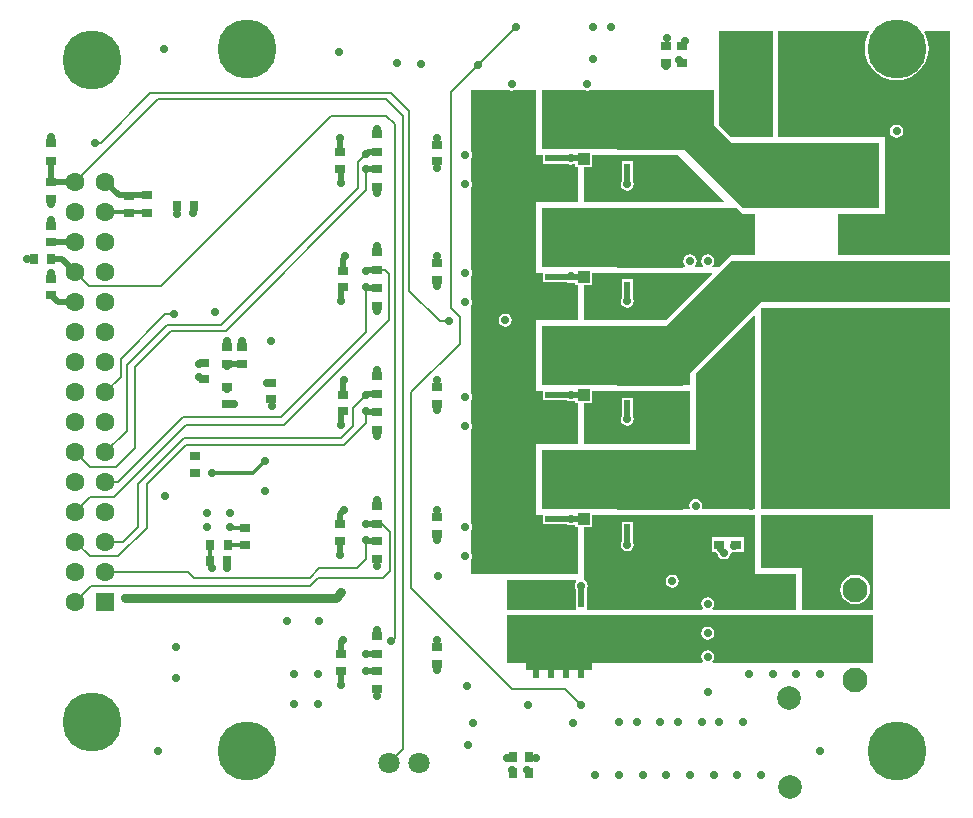
<source format=gbl>
G04 Layer_Physical_Order=4*
G04 Layer_Color=16711680*
%FSLAX44Y44*%
%MOMM*%
G71*
G01*
G75*
%ADD10R,2.0000X3.2000*%
%ADD11R,0.8000X0.9000*%
%ADD12R,0.9000X0.8000*%
%ADD30C,0.7500*%
%ADD32C,0.2000*%
%ADD33C,0.5000*%
%ADD34C,0.3000*%
%ADD41C,1.8000*%
%ADD42C,1.6000*%
%ADD43R,1.6000X1.6000*%
%ADD44C,2.1000*%
%ADD45C,5.0000*%
%ADD46C,2.0000*%
%ADD47C,0.7000*%
%ADD48R,1.0000X1.0000*%
%ADD49R,1.5000X0.5000*%
%ADD50R,0.5000X1.5000*%
G36*
X1095000Y845000D02*
X1000000D01*
Y880000D01*
X1040000D01*
Y945000D01*
X950000D01*
Y1035000D01*
X1026226D01*
X1026847Y1033892D01*
X1025869Y1032296D01*
X1024242Y1028369D01*
X1023250Y1024237D01*
X1022916Y1020000D01*
X1023250Y1015763D01*
X1024242Y1011631D01*
X1025869Y1007704D01*
X1028089Y1004081D01*
X1030849Y1000849D01*
X1034081Y998089D01*
X1037704Y995868D01*
X1041631Y994242D01*
X1045763Y993250D01*
X1050000Y992916D01*
X1054237Y993250D01*
X1058369Y994242D01*
X1062296Y995868D01*
X1065919Y998089D01*
X1069151Y1000849D01*
X1071911Y1004081D01*
X1074132Y1007704D01*
X1075758Y1011631D01*
X1076750Y1015763D01*
X1077084Y1020000D01*
X1076750Y1024237D01*
X1075758Y1028369D01*
X1074132Y1032296D01*
X1073153Y1033892D01*
X1073774Y1035000D01*
X1095000D01*
Y845000D01*
D02*
G37*
G36*
X895000Y955000D02*
X910000Y940000D01*
X1035000D01*
Y885000D01*
X920000D01*
X870000Y935000D01*
X869000D01*
Y934000D01*
X813000D01*
Y935000D01*
X750000D01*
Y985000D01*
X785583D01*
X785854Y984819D01*
X788000Y984392D01*
X790146Y984819D01*
X790417Y985000D01*
X895000D01*
Y955000D01*
D02*
G37*
G36*
X745000Y930000D02*
X750500D01*
Y922400D01*
X759557D01*
X760000Y922312D01*
X771117D01*
X771854Y921819D01*
X774000Y921392D01*
X776146Y921819D01*
X776730Y922209D01*
X778000Y921871D01*
Y919500D01*
X780000D01*
Y890000D01*
X745000D01*
Y830000D01*
X750500D01*
Y822400D01*
X759557D01*
X760000Y822312D01*
X771117D01*
X771854Y821819D01*
X774000Y821392D01*
X776146Y821819D01*
X776730Y822209D01*
X778000Y821871D01*
Y819500D01*
X780000D01*
Y790000D01*
X745000D01*
Y730000D01*
X750500D01*
Y722400D01*
X759557D01*
X760000Y722312D01*
X771117D01*
X771854Y721819D01*
X774000Y721392D01*
X776146Y721819D01*
X776730Y722209D01*
X778000Y721871D01*
Y719500D01*
X780000D01*
Y685000D01*
X745000D01*
Y625000D01*
X750500D01*
Y617400D01*
X759557D01*
X760000Y617312D01*
X771117D01*
X771854Y616819D01*
X774000Y616392D01*
X776146Y616819D01*
X776730Y617209D01*
X778000Y616871D01*
Y614500D01*
X780000D01*
Y575000D01*
X690000D01*
Y587583D01*
X690181Y587854D01*
X690608Y590000D01*
X690181Y592146D01*
X690000Y592417D01*
Y612583D01*
X690181Y612854D01*
X690608Y615000D01*
X690181Y617146D01*
X690000Y617417D01*
Y697583D01*
X690181Y697854D01*
X690608Y700000D01*
X690181Y702146D01*
X690000Y702417D01*
Y722583D01*
X690181Y722854D01*
X690608Y725000D01*
X690181Y727146D01*
X690000Y727417D01*
Y802583D01*
X690181Y802854D01*
X690608Y805000D01*
X690181Y807146D01*
X690000Y807417D01*
Y827583D01*
X690181Y827854D01*
X690608Y830000D01*
X690181Y832146D01*
X690000Y832417D01*
Y902583D01*
X690181Y902854D01*
X690608Y905000D01*
X690181Y907146D01*
X690000Y907417D01*
Y927583D01*
X690181Y927854D01*
X690608Y930000D01*
X690181Y932146D01*
X690000Y932417D01*
Y985000D01*
X721583D01*
X721854Y984819D01*
X724000Y984392D01*
X726146Y984819D01*
X726417Y985000D01*
X745000D01*
Y930000D01*
D02*
G37*
G36*
X945000Y945000D02*
X910000D01*
X900000Y955000D01*
Y1035000D01*
X945000D01*
Y945000D01*
D02*
G37*
G36*
X903827Y891173D02*
X903341Y890000D01*
X785000D01*
Y919500D01*
X792000D01*
Y930000D01*
X865000Y930000D01*
X903827Y891173D01*
D02*
G37*
G36*
X920000Y880000D02*
X930000D01*
Y845000D01*
X910000D01*
X900000Y835000D01*
X894529D01*
X894122Y836270D01*
X895181Y837854D01*
X895608Y840000D01*
X895181Y842146D01*
X893965Y843965D01*
X892146Y845181D01*
X890000Y845608D01*
X887854Y845181D01*
X886035Y843965D01*
X884819Y842146D01*
X884392Y840000D01*
X884819Y837854D01*
X885878Y836270D01*
X885471Y835000D01*
X879529D01*
X879122Y836270D01*
X880181Y837854D01*
X880608Y840000D01*
X880181Y842146D01*
X878965Y843965D01*
X877146Y845181D01*
X875000Y845608D01*
X872854Y845181D01*
X871035Y843965D01*
X869819Y842146D01*
X869392Y840000D01*
X869819Y837854D01*
X870878Y836270D01*
X870471Y835000D01*
X869000D01*
Y834000D01*
X813000D01*
Y835000D01*
X750000D01*
Y885000D01*
X915000D01*
X920000Y880000D01*
D02*
G37*
G36*
X893827Y828827D02*
X855000Y790000D01*
X785000D01*
Y819500D01*
X792000D01*
Y830000D01*
X893341D01*
X893827Y828827D01*
D02*
G37*
G36*
X1095000Y805000D02*
X935000D01*
X875000Y745000D01*
Y735000D01*
X869000D01*
Y734000D01*
X813000D01*
Y735000D01*
X750000D01*
Y785000D01*
X855000D01*
X910000Y840000D01*
X1095000D01*
Y805000D01*
D02*
G37*
G36*
X875000Y685000D02*
X785000D01*
Y719500D01*
X792000D01*
Y730000D01*
X875000D01*
Y685000D01*
D02*
G37*
G36*
X1095000Y630000D02*
X935000D01*
Y800000D01*
X1095000D01*
Y630000D01*
D02*
G37*
G36*
X930000Y793341D02*
Y630000D01*
X886021D01*
X885264Y631270D01*
X885608Y633000D01*
X885181Y635146D01*
X883965Y636965D01*
X882146Y638181D01*
X880000Y638608D01*
X877854Y638181D01*
X876035Y636965D01*
X874819Y635146D01*
X874392Y633000D01*
X874736Y631270D01*
X873979Y630000D01*
X869000D01*
Y629000D01*
X813000D01*
Y630000D01*
X750000D01*
Y680000D01*
X880000D01*
Y745000D01*
X928827Y793827D01*
X930000Y793341D01*
D02*
G37*
G36*
X1030000Y545000D02*
X970000D01*
Y580000D01*
X935000D01*
Y625000D01*
X1030000D01*
Y545000D01*
D02*
G37*
G36*
X930000Y575000D02*
X965000D01*
Y545000D01*
X894529D01*
X894122Y546270D01*
X895181Y547854D01*
X895608Y550000D01*
X895181Y552146D01*
X893965Y553965D01*
X892146Y555181D01*
X890000Y555608D01*
X887854Y555181D01*
X886035Y553965D01*
X884819Y552146D01*
X884392Y550000D01*
X884819Y547854D01*
X885878Y546270D01*
X885471Y545000D01*
X788663D01*
X787600Y545500D01*
Y561985D01*
X788181Y562854D01*
X788608Y565000D01*
X788181Y567146D01*
X786965Y568965D01*
X785146Y570181D01*
X785000Y570210D01*
Y614500D01*
X792000D01*
Y625000D01*
X930000D01*
Y575000D01*
D02*
G37*
G36*
X778877Y568730D02*
X777819Y567146D01*
X777392Y565000D01*
X777819Y562854D01*
X778600Y561685D01*
Y545500D01*
X777537Y545000D01*
X720000D01*
Y570000D01*
X778471D01*
X778877Y568730D01*
D02*
G37*
G36*
X1030000Y500000D02*
X894529D01*
X894122Y501270D01*
X895181Y502854D01*
X895608Y505000D01*
X895181Y507146D01*
X893965Y508965D01*
X892146Y510181D01*
X890000Y510608D01*
X887854Y510181D01*
X886035Y508965D01*
X884819Y507146D01*
X884392Y505000D01*
X884819Y502854D01*
X885878Y501270D01*
X885471Y500000D01*
X792000D01*
Y494000D01*
X736000D01*
Y500000D01*
X720000D01*
Y540000D01*
X1030000D01*
Y500000D01*
D02*
G37*
%LPC*%
G36*
X1050000Y955608D02*
X1047854Y955181D01*
X1046035Y953965D01*
X1044819Y952146D01*
X1044392Y950000D01*
X1044819Y947854D01*
X1046035Y946035D01*
X1047854Y944819D01*
X1050000Y944392D01*
X1052146Y944819D01*
X1053965Y946035D01*
X1055181Y947854D01*
X1055608Y950000D01*
X1055181Y952146D01*
X1053965Y953965D01*
X1052146Y955181D01*
X1050000Y955608D01*
D02*
G37*
G36*
X718620Y795608D02*
X716474Y795181D01*
X714655Y793965D01*
X713439Y792146D01*
X713012Y790000D01*
X713439Y787854D01*
X714655Y786035D01*
X716474Y784819D01*
X718620Y784392D01*
X720766Y784819D01*
X722585Y786035D01*
X723801Y787854D01*
X724228Y790000D01*
X723801Y792146D01*
X722585Y793965D01*
X720766Y795181D01*
X718620Y795608D01*
D02*
G37*
G36*
X826400Y924500D02*
X817400D01*
Y908015D01*
X816819Y907146D01*
X816392Y905000D01*
X816819Y902854D01*
X818035Y901035D01*
X819854Y899819D01*
X822000Y899392D01*
X824146Y899819D01*
X825965Y901035D01*
X827181Y902854D01*
X827608Y905000D01*
X827181Y907146D01*
X826400Y908315D01*
Y924500D01*
D02*
G37*
G36*
X826400Y824500D02*
X817400D01*
Y809015D01*
X816819Y808146D01*
X816392Y806000D01*
X816819Y803854D01*
X818035Y802035D01*
X819854Y800819D01*
X822000Y800392D01*
X824146Y800819D01*
X825965Y802035D01*
X827181Y803854D01*
X827608Y806000D01*
X827181Y808146D01*
X826400Y809315D01*
Y824500D01*
D02*
G37*
G36*
X826400Y724500D02*
X817400D01*
Y709015D01*
X816819Y708146D01*
X816392Y706000D01*
X816819Y703854D01*
X818035Y702035D01*
X819854Y700819D01*
X822000Y700392D01*
X824146Y700819D01*
X825965Y702035D01*
X827181Y703854D01*
X827608Y706000D01*
X827181Y708146D01*
X826400Y709315D01*
Y724500D01*
D02*
G37*
G36*
X1015000Y574508D02*
X1011737Y574078D01*
X1008696Y572819D01*
X1006085Y570815D01*
X1004081Y568204D01*
X1002822Y565163D01*
X1002392Y561900D01*
X1002822Y558637D01*
X1004081Y555596D01*
X1006085Y552985D01*
X1008696Y550981D01*
X1011737Y549722D01*
X1015000Y549292D01*
X1018263Y549722D01*
X1021304Y550981D01*
X1023915Y552985D01*
X1025919Y555596D01*
X1027178Y558637D01*
X1027608Y561900D01*
X1027178Y565163D01*
X1025919Y568204D01*
X1023915Y570815D01*
X1021304Y572819D01*
X1018263Y574078D01*
X1015000Y574508D01*
D02*
G37*
G36*
X826400Y619500D02*
X817400D01*
Y603015D01*
X816819Y602146D01*
X816392Y600000D01*
X816819Y597854D01*
X818035Y596035D01*
X819854Y594819D01*
X822000Y594392D01*
X824146Y594819D01*
X825965Y596035D01*
X827181Y597854D01*
X827608Y600000D01*
X827181Y602146D01*
X826400Y603315D01*
Y619500D01*
D02*
G37*
G36*
X907500Y606000D02*
X906500D01*
X906500Y606000D01*
X893500D01*
Y594000D01*
X896592D01*
X896756Y593756D01*
X898611Y591900D01*
X898819Y590854D01*
X900035Y589035D01*
X901854Y587819D01*
X904000Y587392D01*
X906146Y587819D01*
X907965Y589035D01*
X909181Y590854D01*
X909545Y592684D01*
X909635Y593015D01*
X910776Y593636D01*
X912000Y593392D01*
X914146Y593819D01*
X914417Y594000D01*
X920500D01*
Y606000D01*
X907733D01*
X907500Y606000D01*
D02*
G37*
G36*
X860000Y574608D02*
X857854Y574181D01*
X856035Y572965D01*
X854819Y571146D01*
X854392Y569000D01*
X854819Y566854D01*
X856035Y565035D01*
X857854Y563819D01*
X860000Y563392D01*
X862146Y563819D01*
X863965Y565035D01*
X865181Y566854D01*
X865608Y569000D01*
X865181Y571146D01*
X863965Y572965D01*
X862146Y574181D01*
X860000Y574608D01*
D02*
G37*
G36*
X890000Y530608D02*
X887854Y530181D01*
X886035Y528965D01*
X884819Y527146D01*
X884392Y525000D01*
X884819Y522854D01*
X886035Y521035D01*
X887854Y519819D01*
X890000Y519392D01*
X892146Y519819D01*
X893965Y521035D01*
X895181Y522854D01*
X895608Y525000D01*
X895181Y527146D01*
X893965Y528965D01*
X892146Y530181D01*
X890000Y530608D01*
D02*
G37*
%LPD*%
D10*
X981700Y720000D02*
D03*
X918300D02*
D03*
X981700Y675000D02*
D03*
X918300D02*
D03*
X976700Y1015000D02*
D03*
X913300D02*
D03*
X976700Y970000D02*
D03*
X913300D02*
D03*
D11*
X468380Y600000D02*
D03*
X483620D02*
D03*
X469000Y586000D02*
D03*
X483000D02*
D03*
X334000Y842000D02*
D03*
X320000D02*
D03*
X441000Y887000D02*
D03*
X455000D02*
D03*
X725000Y420000D02*
D03*
X739000D02*
D03*
Y407000D02*
D03*
X725000D02*
D03*
D12*
X610000Y902380D02*
D03*
Y917620D02*
D03*
X661000Y719000D02*
D03*
Y733000D02*
D03*
X610000Y742620D02*
D03*
Y727380D02*
D03*
X581000Y727000D02*
D03*
Y713000D02*
D03*
X610000Y697380D02*
D03*
Y712620D02*
D03*
Y802380D02*
D03*
Y817620D02*
D03*
X900000Y600000D02*
D03*
Y614000D02*
D03*
X661000Y499000D02*
D03*
Y513000D02*
D03*
X580000Y507000D02*
D03*
Y493000D02*
D03*
X610000Y477380D02*
D03*
Y492620D02*
D03*
Y587380D02*
D03*
Y602620D02*
D03*
X579000Y617000D02*
D03*
Y603000D02*
D03*
X456000Y661000D02*
D03*
Y675000D02*
D03*
X483000Y719000D02*
D03*
Y733000D02*
D03*
X520000Y723000D02*
D03*
Y737000D02*
D03*
X496000Y767000D02*
D03*
Y753000D02*
D03*
X483000Y767000D02*
D03*
Y753000D02*
D03*
X464000Y740000D02*
D03*
Y754000D02*
D03*
X334000Y893000D02*
D03*
Y907000D02*
D03*
X400000Y881000D02*
D03*
Y895000D02*
D03*
X415000Y895620D02*
D03*
Y880380D02*
D03*
X334000Y856000D02*
D03*
Y870000D02*
D03*
Y825000D02*
D03*
Y811000D02*
D03*
Y924380D02*
D03*
Y939620D02*
D03*
X855000Y1008000D02*
D03*
Y1022000D02*
D03*
X498000Y600000D02*
D03*
Y614000D02*
D03*
X661000Y924350D02*
D03*
Y938350D02*
D03*
X610000Y522620D02*
D03*
Y507380D02*
D03*
Y947620D02*
D03*
Y932380D02*
D03*
Y847620D02*
D03*
Y832380D02*
D03*
Y632620D02*
D03*
Y617380D02*
D03*
X579000Y932000D02*
D03*
Y918000D02*
D03*
X581000Y832000D02*
D03*
Y818000D02*
D03*
X661000Y824350D02*
D03*
Y838350D02*
D03*
Y609000D02*
D03*
Y623000D02*
D03*
X914000Y600000D02*
D03*
Y614000D02*
D03*
X868000Y1008000D02*
D03*
Y1022000D02*
D03*
D30*
X575000Y555000D02*
X580000Y560000D01*
X397000Y555000D02*
X575000D01*
D32*
X639000Y563000D02*
X724000Y478000D01*
X769000D02*
X783000Y464000D01*
X724000Y478000D02*
X769000D01*
X673000Y800000D02*
X680000Y793000D01*
Y770000D02*
Y793000D01*
X639000Y729000D02*
X680000Y770000D01*
X639000Y563000D02*
Y729000D01*
X637000Y815000D02*
X663000Y789000D01*
X671000D01*
X622000Y518000D02*
X625000Y521000D01*
Y956000D01*
X618000Y963000D02*
X625000Y956000D01*
X571000Y963000D02*
X618000D01*
X427000Y819000D02*
X571000Y963000D01*
X354600Y830800D02*
X366400Y819000D01*
X620000Y415000D02*
X632000Y427000D01*
X618000Y977000D02*
X632000Y963000D01*
Y427000D02*
Y963000D01*
X622000Y982000D02*
X637000Y967000D01*
Y815000D02*
Y967000D01*
X594000Y924000D02*
X601000Y931000D01*
X354600Y678400D02*
X367000Y666000D01*
X529000Y708000D02*
X601000Y780000D01*
Y818000D01*
X610000Y832380D02*
X616620D01*
X620000Y829000D01*
Y790000D02*
Y829000D01*
X354600Y627600D02*
X367000Y640000D01*
X590000Y716000D02*
X601000Y727000D01*
X590000Y700000D02*
Y716000D01*
X580000Y690000D02*
X590000Y700000D01*
X395200Y602200D02*
X408000Y615000D01*
X380000Y602200D02*
X395200D01*
X354600D02*
X366800Y590000D01*
X582000Y684000D02*
X601000Y703000D01*
Y713000D01*
Y588000D02*
Y604000D01*
X593000Y580000D02*
X601000Y588000D01*
X561000Y580000D02*
X593000D01*
X610000Y617380D02*
X614620D01*
X621000Y611000D01*
Y578000D02*
Y611000D01*
X615000Y572000D02*
X621000Y578000D01*
X560000Y572000D02*
X615000D01*
X673000Y800000D02*
Y983000D01*
X728000Y1038000D01*
X398000Y752000D02*
X432000Y786000D01*
X398000Y696400D02*
Y752000D01*
X380000Y678400D02*
X398000Y696400D01*
X405000Y750000D02*
X436000Y781000D01*
X405000Y682000D02*
Y750000D01*
X389000Y666000D02*
X405000Y682000D01*
X367000Y666000D02*
X389000D01*
X380000Y729200D02*
X393000Y742200D01*
Y757000D01*
X431000Y795000D01*
X438000D01*
X354600Y551400D02*
X368200Y565000D01*
X553000D01*
X560000Y572000D01*
X450200Y576800D02*
X455000Y572000D01*
X553000D01*
X561000Y580000D01*
X380000Y576800D02*
X450200D01*
X531000Y701000D02*
X620000Y790000D01*
X380000Y653000D02*
X391000D01*
X446000Y708000D01*
X529000D01*
X367000Y640000D02*
X387000D01*
X448000Y701000D01*
X531000D01*
X408000Y615000D02*
Y651000D01*
X447000Y690000D01*
X580000D01*
X448000Y684000D02*
X582000D01*
X415000Y651000D02*
X448000Y684000D01*
X354600Y907000D02*
X424600Y977000D01*
X618000D01*
X418000Y982000D02*
X622000D01*
X376000Y940000D02*
X418000Y982000D01*
X371000Y940000D02*
X376000D01*
X400000Y895000D02*
Y895620D01*
X366400Y819000D02*
X427000D01*
X432000Y786000D02*
X478000D01*
X594000Y902000D01*
Y924000D01*
X436000Y781000D02*
X482000D01*
X601000Y900000D01*
Y918000D01*
X366800Y590000D02*
X391000D01*
X415000Y614000D01*
Y651000D01*
D33*
X334000Y907000D02*
Y924380D01*
Y907000D02*
X354600D01*
X485000Y753000D02*
X496000D01*
X334000Y842000D02*
X343400D01*
X354600Y830800D01*
X760000Y621900D02*
X785400D01*
X601380Y832380D02*
X610000D01*
X601380Y817620D02*
X610000D01*
X601380Y727380D02*
X610000D01*
X601380Y712620D02*
X610000D01*
X601380Y617380D02*
X610000D01*
X602380Y602620D02*
X610000D01*
X601380Y492620D02*
X610000D01*
X601380Y507380D02*
X610000D01*
X580000Y481000D02*
Y493000D01*
X580000Y507000D02*
Y518000D01*
X579000Y591000D02*
Y603000D01*
X579000Y626100D02*
X581950Y629050D01*
X579000Y617000D02*
Y626100D01*
X580000Y701000D02*
Y712000D01*
X581000Y727000D02*
Y738100D01*
X580000Y806000D02*
Y817000D01*
X581000Y842100D02*
X582950Y844050D01*
X581000Y832000D02*
Y842100D01*
X579000Y932000D02*
Y944000D01*
X580000Y906000D02*
Y917000D01*
X601000Y918000D02*
X601380Y917620D01*
X610000D01*
X601000Y931000D02*
X602380Y932380D01*
X610000D01*
X334200Y856200D02*
X354600D01*
X334000Y811000D02*
X339600Y805400D01*
X354600D01*
X760000Y726900D02*
X784600D01*
X760000Y826900D02*
X784600D01*
X760000Y926900D02*
X784600D01*
X380000Y907000D02*
X391380Y895620D01*
X400000D01*
X415000D01*
X900000Y597000D02*
X904000Y593000D01*
X900000Y597000D02*
Y600000D01*
D34*
X505000Y661000D02*
X515000Y671000D01*
X470000Y661000D02*
X505000D01*
X380000Y881600D02*
X413780D01*
X487000Y614000D02*
X498000D01*
X483620Y600000D02*
X498000D01*
X469000Y586000D02*
Y599380D01*
D41*
X620000Y415000D02*
D03*
X645400D02*
D03*
D42*
X354600Y907000D02*
D03*
Y881600D02*
D03*
Y856200D02*
D03*
Y830800D02*
D03*
Y805400D02*
D03*
X380000D02*
D03*
Y830800D02*
D03*
Y856200D02*
D03*
Y881600D02*
D03*
Y907000D02*
D03*
Y780000D02*
D03*
Y754600D02*
D03*
Y729200D02*
D03*
Y703800D02*
D03*
Y678400D02*
D03*
Y653000D02*
D03*
Y627600D02*
D03*
Y602200D02*
D03*
Y576800D02*
D03*
X354600Y551400D02*
D03*
Y576800D02*
D03*
Y602200D02*
D03*
Y627600D02*
D03*
Y653000D02*
D03*
Y678400D02*
D03*
Y780000D02*
D03*
Y729200D02*
D03*
Y754600D02*
D03*
Y703800D02*
D03*
D43*
X380000Y551400D02*
D03*
D44*
X1015000Y900000D02*
D03*
Y861900D02*
D03*
Y823800D02*
D03*
Y785700D02*
D03*
X1015000Y600000D02*
D03*
Y561900D02*
D03*
Y523800D02*
D03*
Y485700D02*
D03*
D45*
X500000Y1020000D02*
D03*
X1050000D02*
D03*
Y425000D02*
D03*
X369000Y1010000D02*
D03*
Y450000D02*
D03*
X500000Y425000D02*
D03*
D46*
X959000Y470000D02*
D03*
X960000Y395000D02*
D03*
D47*
X314000Y842000D02*
D03*
X430000Y1020000D02*
D03*
X425000Y425000D02*
D03*
X1050000Y950000D02*
D03*
X985000Y425000D02*
D03*
X965000Y490000D02*
D03*
X925000D02*
D03*
X985000D02*
D03*
X945000D02*
D03*
X890000Y550000D02*
D03*
Y525000D02*
D03*
Y505000D02*
D03*
Y475000D02*
D03*
X920000Y450000D02*
D03*
X900000D02*
D03*
X885000D02*
D03*
X865000D02*
D03*
X850000D02*
D03*
X830000D02*
D03*
X815000D02*
D03*
X965000Y660000D02*
D03*
Y675000D02*
D03*
Y690000D02*
D03*
Y705000D02*
D03*
Y720000D02*
D03*
Y735000D02*
D03*
X1005000Y660000D02*
D03*
Y675000D02*
D03*
Y690000D02*
D03*
Y705000D02*
D03*
Y720000D02*
D03*
Y735000D02*
D03*
X810000Y650000D02*
D03*
X825000D02*
D03*
X840000D02*
D03*
X855000D02*
D03*
X870000D02*
D03*
X855000Y405000D02*
D03*
X835000D02*
D03*
X815000D02*
D03*
X795000D02*
D03*
X875000D02*
D03*
X935000D02*
D03*
X895000D02*
D03*
X915000D02*
D03*
X995000Y1025000D02*
D03*
Y1005000D02*
D03*
Y980000D02*
D03*
Y955000D02*
D03*
X825000D02*
D03*
X840000D02*
D03*
X810000D02*
D03*
X855000D02*
D03*
X870000D02*
D03*
X920000Y855000D02*
D03*
X905000D02*
D03*
X890000D02*
D03*
X875000D02*
D03*
X860000D02*
D03*
X845000D02*
D03*
X830000D02*
D03*
X815000D02*
D03*
X800000D02*
D03*
X671000Y789000D02*
D03*
X783000Y464000D02*
D03*
X622000Y518000D02*
D03*
X860000Y569000D02*
D03*
X738000Y464000D02*
D03*
X718620Y790000D02*
D03*
X808000Y1038000D02*
D03*
X880000Y633000D02*
D03*
X687000Y430000D02*
D03*
X334000Y945000D02*
D03*
X515000Y671000D02*
D03*
X470000Y661000D02*
D03*
X515000Y645000D02*
D03*
X334000Y888000D02*
D03*
X520000Y772000D02*
D03*
X496000D02*
D03*
X483000D02*
D03*
X517000Y737000D02*
D03*
X521000Y717000D02*
D03*
X489000Y719000D02*
D03*
X483000Y732000D02*
D03*
Y751000D02*
D03*
X459000Y753000D02*
D03*
Y742000D02*
D03*
X647000Y1007000D02*
D03*
X627000Y1008000D02*
D03*
X578000Y1017000D02*
D03*
X788000Y990000D02*
D03*
X793000Y1038000D02*
D03*
Y1011000D02*
D03*
X560000Y465000D02*
D03*
X540000D02*
D03*
X560000Y490000D02*
D03*
X540000D02*
D03*
X486000Y615000D02*
D03*
X466000D02*
D03*
X486000Y627000D02*
D03*
X466000D02*
D03*
X431000Y641000D02*
D03*
X457000Y675000D02*
D03*
Y661000D02*
D03*
X561000Y535000D02*
D03*
X534000D02*
D03*
X440000Y487000D02*
D03*
Y513000D02*
D03*
X483000Y580000D02*
D03*
X470000D02*
D03*
X472500Y797000D02*
D03*
X454000Y881000D02*
D03*
X441000Y880000D02*
D03*
X940000Y645000D02*
D03*
X927000Y633000D02*
D03*
X904000Y593000D02*
D03*
Y620000D02*
D03*
X715000Y853000D02*
D03*
Y867000D02*
D03*
Y648000D02*
D03*
Y661000D02*
D03*
Y617000D02*
D03*
Y632000D02*
D03*
X773000Y647000D02*
D03*
Y752000D02*
D03*
X774000Y853000D02*
D03*
Y952000D02*
D03*
X610000Y472000D02*
D03*
Y528000D02*
D03*
X581000Y519000D02*
D03*
X580000Y481000D02*
D03*
X578950Y944050D02*
D03*
X580000Y906000D02*
D03*
X582950Y844050D02*
D03*
X580000Y806000D02*
D03*
X581950Y739050D02*
D03*
X580000Y701000D02*
D03*
X581950Y629050D02*
D03*
X579000Y591000D02*
D03*
X610000Y582000D02*
D03*
Y638000D02*
D03*
Y692000D02*
D03*
Y748000D02*
D03*
Y798000D02*
D03*
Y853000D02*
D03*
Y898000D02*
D03*
Y952000D02*
D03*
X601000Y931000D02*
D03*
Y918000D02*
D03*
Y818000D02*
D03*
Y832000D02*
D03*
Y713000D02*
D03*
Y727000D02*
D03*
Y604000D02*
D03*
Y617000D02*
D03*
Y493000D02*
D03*
Y507000D02*
D03*
X334000Y875000D02*
D03*
Y830000D02*
D03*
X960000Y1026000D02*
D03*
X855000Y1005000D02*
D03*
X856000Y1029000D02*
D03*
X776000Y449000D02*
D03*
X691000D02*
D03*
X661000Y494000D02*
D03*
Y519000D02*
D03*
Y944000D02*
D03*
Y919000D02*
D03*
Y819000D02*
D03*
Y844000D02*
D03*
Y714000D02*
D03*
Y739000D02*
D03*
Y629000D02*
D03*
Y604000D02*
D03*
X745000Y419000D02*
D03*
X720000D02*
D03*
X783000Y565000D02*
D03*
X685000Y930000D02*
D03*
Y905000D02*
D03*
Y830000D02*
D03*
Y805000D02*
D03*
Y725000D02*
D03*
Y700000D02*
D03*
Y615000D02*
D03*
Y590000D02*
D03*
X686000Y480000D02*
D03*
X774000Y927000D02*
D03*
X822000Y905000D02*
D03*
X774000Y827000D02*
D03*
X822000Y806000D02*
D03*
X774000Y727000D02*
D03*
X822000Y706000D02*
D03*
X774000Y622000D02*
D03*
X822000Y600000D02*
D03*
X855000Y795000D02*
D03*
X840000D02*
D03*
X825000D02*
D03*
X810000D02*
D03*
X770000Y565000D02*
D03*
X745000D02*
D03*
X725000D02*
D03*
X715000Y720000D02*
D03*
Y735000D02*
D03*
Y750000D02*
D03*
Y765000D02*
D03*
Y820000D02*
D03*
Y835000D02*
D03*
Y920000D02*
D03*
Y935000D02*
D03*
Y950000D02*
D03*
Y965000D02*
D03*
X870000Y895000D02*
D03*
X855000D02*
D03*
X810000D02*
D03*
X840000D02*
D03*
X825000D02*
D03*
X930000Y1025000D02*
D03*
Y1005000D02*
D03*
Y980000D02*
D03*
Y955000D02*
D03*
X810000Y585000D02*
D03*
X825000D02*
D03*
X840000D02*
D03*
X855000D02*
D03*
X870000D02*
D03*
Y695000D02*
D03*
X855000D02*
D03*
X840000D02*
D03*
X825000D02*
D03*
X810000D02*
D03*
X728000Y1038000D02*
D03*
X696000Y1006000D02*
D03*
X724000Y990000D02*
D03*
X438000Y795000D02*
D03*
X371000Y940000D02*
D03*
X940000Y968000D02*
D03*
X907000Y1025000D02*
D03*
Y1005000D02*
D03*
Y980000D02*
D03*
Y955000D02*
D03*
X940000Y1015000D02*
D03*
X1015000Y1025000D02*
D03*
Y1006000D02*
D03*
Y980000D02*
D03*
Y955000D02*
D03*
X1035000Y980000D02*
D03*
Y955000D02*
D03*
X960000Y980000D02*
D03*
Y955000D02*
D03*
X870000Y940000D02*
D03*
X855000D02*
D03*
X810000D02*
D03*
X840000D02*
D03*
X825000D02*
D03*
X860000Y840000D02*
D03*
X845000D02*
D03*
X800000D02*
D03*
X830000D02*
D03*
X815000D02*
D03*
X875000D02*
D03*
X890000D02*
D03*
X800000Y820000D02*
D03*
X810000Y740000D02*
D03*
X825000D02*
D03*
X840000D02*
D03*
X855000D02*
D03*
X870000D02*
D03*
X871000Y758000D02*
D03*
X855000D02*
D03*
X840000D02*
D03*
X825000D02*
D03*
X810000D02*
D03*
X860000Y635000D02*
D03*
X845000D02*
D03*
X830000D02*
D03*
X815000D02*
D03*
X800000D02*
D03*
X734000Y835000D02*
D03*
Y820000D02*
D03*
Y867000D02*
D03*
Y853000D02*
D03*
X735000Y965000D02*
D03*
Y950000D02*
D03*
Y935000D02*
D03*
Y920000D02*
D03*
Y765000D02*
D03*
Y750000D02*
D03*
Y735000D02*
D03*
Y720000D02*
D03*
Y632000D02*
D03*
Y617000D02*
D03*
Y661000D02*
D03*
Y648000D02*
D03*
X865500Y1010500D02*
D03*
X871000Y1026000D02*
D03*
X737000Y409000D02*
D03*
X724000D02*
D03*
X912000Y599000D02*
D03*
X917000Y615000D02*
D03*
X662000Y573000D02*
D03*
X580000Y560000D02*
D03*
X397000Y555000D02*
D03*
X409000Y555000D02*
D03*
D48*
X785000Y953500D02*
D03*
Y926500D02*
D03*
X785000Y853500D02*
D03*
Y826500D02*
D03*
X785000Y753500D02*
D03*
Y726500D02*
D03*
Y648500D02*
D03*
Y621500D02*
D03*
D49*
X760000Y660000D02*
D03*
Y647300D02*
D03*
Y634600D02*
D03*
Y621900D02*
D03*
X700000D02*
D03*
Y634600D02*
D03*
Y647300D02*
D03*
Y660000D02*
D03*
X760000Y965000D02*
D03*
Y952300D02*
D03*
Y939600D02*
D03*
Y926900D02*
D03*
X700000D02*
D03*
Y939600D02*
D03*
Y952300D02*
D03*
Y965000D02*
D03*
X760000Y765000D02*
D03*
Y752300D02*
D03*
Y739600D02*
D03*
Y726900D02*
D03*
X700000D02*
D03*
Y739600D02*
D03*
Y752300D02*
D03*
Y765000D02*
D03*
X760000Y865000D02*
D03*
Y852300D02*
D03*
Y839600D02*
D03*
Y826900D02*
D03*
X700000D02*
D03*
Y839600D02*
D03*
Y852300D02*
D03*
Y865000D02*
D03*
D50*
X860000Y610000D02*
D03*
X847300D02*
D03*
X834600D02*
D03*
X821900D02*
D03*
Y670000D02*
D03*
X834600D02*
D03*
X847300D02*
D03*
X860000D02*
D03*
X745000Y555000D02*
D03*
X757700D02*
D03*
X770400D02*
D03*
X783100D02*
D03*
Y495000D02*
D03*
X770400D02*
D03*
X757700D02*
D03*
X745000D02*
D03*
X860000Y915000D02*
D03*
X847300D02*
D03*
X834600D02*
D03*
X821900D02*
D03*
Y975000D02*
D03*
X834600D02*
D03*
X847300D02*
D03*
X860000D02*
D03*
X860000Y715000D02*
D03*
X847300D02*
D03*
X834600D02*
D03*
X821900D02*
D03*
Y775000D02*
D03*
X834600D02*
D03*
X847300D02*
D03*
X860000D02*
D03*
X860000Y815000D02*
D03*
X847300D02*
D03*
X834600D02*
D03*
X821900D02*
D03*
Y875000D02*
D03*
X834600D02*
D03*
X847300D02*
D03*
X860000D02*
D03*
M02*

</source>
